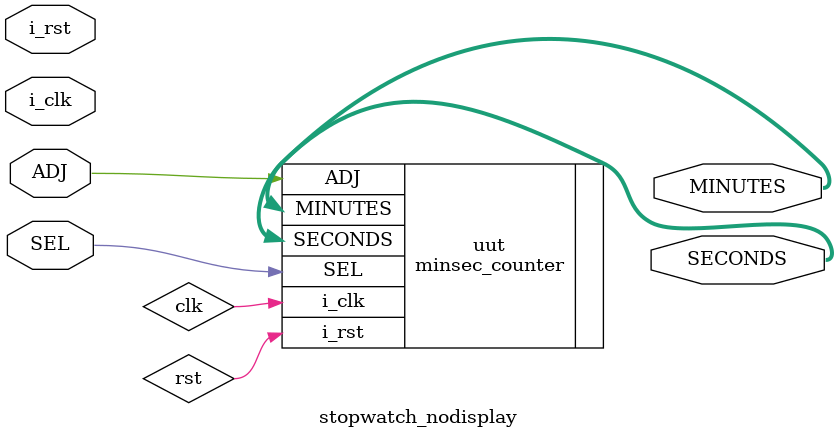
<source format=v>
module stopwatch_nodisplay
#(
    parameter BASE_CLK = 100_000_000,
    parameter FREQ1 = 1,
    parameter FREQ2 = 2,
)
(
    i_clk,
    i_rst,
    ADJ,
    SEL,
    MINUTES,
    SECONDS
);

    localparam DIV_FREQ1 = $floor(BASE_CLK / (2 * FREQ1));
    localparam DIV_FREQ2 = $floor(BASE_CLK / (2 * FREQ2));

    input wire i_clk, i_rst, ADJ, SEL;
    output wire [5:0] MINUTES, SECONDS;

    minsec_counter #(.DIV_FREQ1(DIV_FREQ1), .DIV_FREQ2(DIV_FREQ2))
    uut(
        .i_clk(clk),
        .i_rst(rst),
        .ADJ(ADJ),
        .SEL(SEL),
        .MINUTES(MINUTES),
        .SECONDS(SECONDS)
    );

endmodule
</source>
